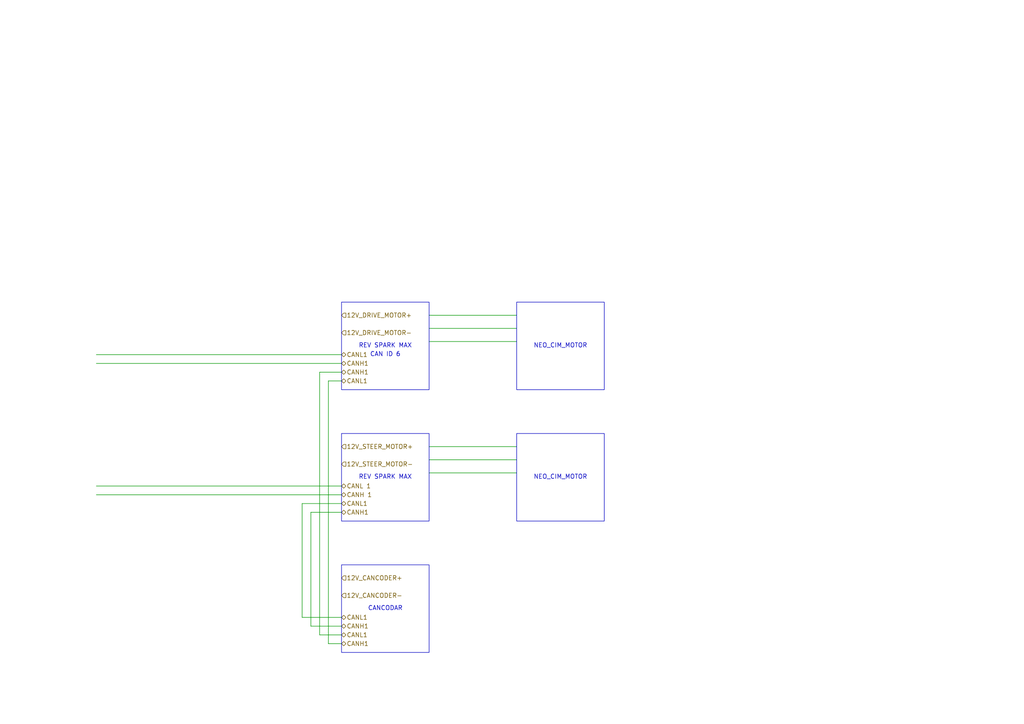
<source format=kicad_sch>
(kicad_sch
	(version 20250114)
	(generator "eeschema")
	(generator_version "9.0")
	(uuid "a75d3122-d114-4a24-bd90-e19f72c3774b")
	(paper "A4")
	(lib_symbols)
	(rectangle
		(start 99.06 125.73)
		(end 124.46 151.13)
		(stroke
			(width 0)
			(type default)
		)
		(fill
			(type none)
		)
		(uuid 00e8d2b5-5e86-48c0-97ef-b76f660c563b)
	)
	(rectangle
		(start 149.86 125.73)
		(end 175.26 151.13)
		(stroke
			(width 0)
			(type default)
		)
		(fill
			(type none)
		)
		(uuid 2d8f37fb-c9ae-49a2-892a-02d3bceb0cde)
	)
	(rectangle
		(start 99.06 163.83)
		(end 124.46 189.23)
		(stroke
			(width 0)
			(type default)
		)
		(fill
			(type none)
		)
		(uuid 7b6edfc9-39bf-4610-b518-3595361c3444)
	)
	(rectangle
		(start 149.86 87.63)
		(end 175.26 113.03)
		(stroke
			(width 0)
			(type default)
		)
		(fill
			(type none)
		)
		(uuid b74c73e7-5e1c-48bf-9dd0-c0a241dacfc9)
	)
	(rectangle
		(start 99.06 87.63)
		(end 124.46 113.03)
		(stroke
			(width 0)
			(type default)
		)
		(fill
			(type none)
		)
		(uuid d918e0af-dd1a-41a2-9195-b8e2fd742c00)
	)
	(text "CAN ID 6"
		(exclude_from_sim no)
		(at 111.76 102.87 0)
		(effects
			(font
				(size 1.27 1.27)
			)
		)
		(uuid "66c4bb95-84dc-45ed-a99c-180c91810e40")
	)
	(text "CANCODAR"
		(exclude_from_sim no)
		(at 111.76 176.53 0)
		(effects
			(font
				(size 1.27 1.27)
			)
		)
		(uuid "7e757636-29c7-4889-9781-6125389d9cbc")
	)
	(text "REV SPARK MAX"
		(exclude_from_sim no)
		(at 111.76 100.33 0)
		(effects
			(font
				(size 1.27 1.27)
			)
		)
		(uuid "88f16700-fc39-45c7-9056-45d6bd3adc6c")
	)
	(text "NEO_CIM_MOTOR"
		(exclude_from_sim no)
		(at 162.56 100.33 0)
		(effects
			(font
				(size 1.27 1.27)
			)
		)
		(uuid "b4326894-65d7-4454-a4a0-8b97ee5b0638")
	)
	(text "NEO_CIM_MOTOR"
		(exclude_from_sim no)
		(at 162.56 138.43 0)
		(effects
			(font
				(size 1.27 1.27)
			)
		)
		(uuid "b58cf906-7f66-49c0-8546-4140d7359e9d")
	)
	(text "REV SPARK MAX"
		(exclude_from_sim no)
		(at 111.76 138.43 0)
		(effects
			(font
				(size 1.27 1.27)
			)
		)
		(uuid "d576e318-60f7-4ab2-b138-761e74dcb85d")
	)
	(wire
		(pts
			(xy 87.63 146.05) (xy 99.06 146.05)
		)
		(stroke
			(width 0)
			(type default)
		)
		(uuid "0460f5e2-8537-4a07-9fa9-d931d98aa406")
	)
	(wire
		(pts
			(xy 124.46 95.25) (xy 149.86 95.25)
		)
		(stroke
			(width 0)
			(type default)
		)
		(uuid "123e06e3-6591-4df9-bbfa-b54d00029aa6")
	)
	(wire
		(pts
			(xy 99.06 107.95) (xy 92.71 107.95)
		)
		(stroke
			(width 0)
			(type default)
		)
		(uuid "1c683f83-6963-463c-86de-08ee3ad38108")
	)
	(wire
		(pts
			(xy 124.46 133.35) (xy 149.86 133.35)
		)
		(stroke
			(width 0)
			(type default)
		)
		(uuid "20714eb2-b70d-49d6-8cfe-13c5ace4a21b")
	)
	(wire
		(pts
			(xy 124.46 129.54) (xy 149.86 129.54)
		)
		(stroke
			(width 0)
			(type default)
		)
		(uuid "2c896b32-f5ce-4521-aeec-9fb4d5cc70a7")
	)
	(wire
		(pts
			(xy 90.17 181.61) (xy 90.17 148.59)
		)
		(stroke
			(width 0)
			(type default)
		)
		(uuid "34a29a43-2c26-4a03-a915-4561bf0f9fc8")
	)
	(wire
		(pts
			(xy 124.46 137.16) (xy 149.86 137.16)
		)
		(stroke
			(width 0)
			(type default)
		)
		(uuid "38ddb863-e5a8-400d-b220-411f4c0bc18c")
	)
	(wire
		(pts
			(xy 92.71 184.15) (xy 99.06 184.15)
		)
		(stroke
			(width 0)
			(type default)
		)
		(uuid "409ca7c9-6690-442b-bb78-c5df275d7511")
	)
	(wire
		(pts
			(xy 90.17 148.59) (xy 99.06 148.59)
		)
		(stroke
			(width 0)
			(type default)
		)
		(uuid "5454162f-e963-4e24-81ee-d76d1ec9f7da")
	)
	(wire
		(pts
			(xy 95.25 110.49) (xy 95.25 186.69)
		)
		(stroke
			(width 0)
			(type default)
		)
		(uuid "56064592-cbe1-42ad-a9f1-30546ee568ab")
	)
	(wire
		(pts
			(xy 87.63 179.07) (xy 87.63 146.05)
		)
		(stroke
			(width 0)
			(type default)
		)
		(uuid "567e467f-5d62-4f3f-bc25-aab555c26cf1")
	)
	(wire
		(pts
			(xy 95.25 186.69) (xy 99.06 186.69)
		)
		(stroke
			(width 0)
			(type default)
		)
		(uuid "663e347c-1032-4722-9c6c-4f01ab65d8e4")
	)
	(wire
		(pts
			(xy 27.94 140.97) (xy 99.06 140.97)
		)
		(stroke
			(width 0)
			(type default)
		)
		(uuid "6a41bfce-b3b2-40e4-9049-ecb9c2cca516")
	)
	(wire
		(pts
			(xy 92.71 107.95) (xy 92.71 184.15)
		)
		(stroke
			(width 0)
			(type default)
		)
		(uuid "6b90625b-0ecb-44b1-a4ef-79738917bcab")
	)
	(wire
		(pts
			(xy 99.06 179.07) (xy 87.63 179.07)
		)
		(stroke
			(width 0)
			(type default)
		)
		(uuid "7bbd9d81-4eac-406d-8597-ab5df26f8b00")
	)
	(wire
		(pts
			(xy 124.46 99.06) (xy 149.86 99.06)
		)
		(stroke
			(width 0)
			(type default)
		)
		(uuid "8f4244ad-9197-442f-9e1d-f35a3ca1020d")
	)
	(wire
		(pts
			(xy 27.94 102.87) (xy 99.06 102.87)
		)
		(stroke
			(width 0)
			(type default)
		)
		(uuid "a0d136cf-a1bd-4860-97cc-c866f90323e6")
	)
	(wire
		(pts
			(xy 27.94 105.41) (xy 99.06 105.41)
		)
		(stroke
			(width 0)
			(type default)
		)
		(uuid "a40b7a74-f587-42c8-9f56-cabbb3b36cac")
	)
	(wire
		(pts
			(xy 99.06 181.61) (xy 90.17 181.61)
		)
		(stroke
			(width 0)
			(type default)
		)
		(uuid "afd2bf2e-d525-40b7-9eb9-9ff9c82cfa6b")
	)
	(wire
		(pts
			(xy 99.06 110.49) (xy 95.25 110.49)
		)
		(stroke
			(width 0)
			(type default)
		)
		(uuid "b8e1745d-3e3a-4b58-b754-73cc45af4139")
	)
	(wire
		(pts
			(xy 124.46 91.44) (xy 149.86 91.44)
		)
		(stroke
			(width 0)
			(type default)
		)
		(uuid "b9725a04-899f-4e57-910b-5226f1a55995")
	)
	(wire
		(pts
			(xy 27.94 143.51) (xy 99.06 143.51)
		)
		(stroke
			(width 0)
			(type default)
		)
		(uuid "c2613fee-22af-4830-9f50-c698d92a7612")
	)
	(hierarchical_label "CANH 1"
		(shape bidirectional)
		(at 99.06 143.51 0)
		(effects
			(font
				(size 1.27 1.27)
			)
			(justify left)
		)
		(uuid "0d650149-6536-42cf-b4d9-53d68d9f7312")
	)
	(hierarchical_label "CANL1"
		(shape bidirectional)
		(at 99.06 110.49 0)
		(effects
			(font
				(size 1.27 1.27)
			)
			(justify left)
		)
		(uuid "19713814-895f-467d-83da-81610720daa2")
	)
	(hierarchical_label "CANL1"
		(shape bidirectional)
		(at 99.06 184.15 0)
		(effects
			(font
				(size 1.27 1.27)
			)
			(justify left)
		)
		(uuid "262e0680-708b-407a-adbb-8872a6364d4d")
	)
	(hierarchical_label "12V_CANCODER+"
		(shape input)
		(at 99.06 167.64 0)
		(effects
			(font
				(size 1.27 1.27)
			)
			(justify left)
		)
		(uuid "3ab15314-0441-41e8-b16d-1e8c303bdefc")
	)
	(hierarchical_label "CANH1"
		(shape bidirectional)
		(at 99.06 181.61 0)
		(effects
			(font
				(size 1.27 1.27)
			)
			(justify left)
		)
		(uuid "59876815-f23e-4bb1-aad7-e39813c0abc0")
	)
	(hierarchical_label "12V_STEER_MOTOR+"
		(shape input)
		(at 99.06 129.54 0)
		(effects
			(font
				(size 1.27 1.27)
			)
			(justify left)
		)
		(uuid "64437738-76cd-43e1-871b-0fa33a696ad1")
	)
	(hierarchical_label "12V_DRIVE_MOTOR+"
		(shape input)
		(at 99.06 91.44 0)
		(effects
			(font
				(size 1.27 1.27)
			)
			(justify left)
		)
		(uuid "6bb42cde-5432-4ed8-b083-08fbc084f105")
	)
	(hierarchical_label "CANL1"
		(shape bidirectional)
		(at 99.06 179.07 0)
		(effects
			(font
				(size 1.27 1.27)
			)
			(justify left)
		)
		(uuid "729ddad8-4c00-4059-ac3b-50dc4b7948bf")
	)
	(hierarchical_label "12V_STEER_MOTOR-"
		(shape input)
		(at 99.06 134.62 0)
		(effects
			(font
				(size 1.27 1.27)
			)
			(justify left)
		)
		(uuid "a3fd1018-d3f6-4502-aba3-b69caed8553e")
	)
	(hierarchical_label "CANL1"
		(shape bidirectional)
		(at 99.06 146.05 0)
		(effects
			(font
				(size 1.27 1.27)
			)
			(justify left)
		)
		(uuid "adca7610-de85-4b7a-b5dd-df6491130bee")
	)
	(hierarchical_label "CANH1"
		(shape bidirectional)
		(at 99.06 186.69 0)
		(effects
			(font
				(size 1.27 1.27)
			)
			(justify left)
		)
		(uuid "c2fe9f41-a520-42c6-9c35-4013c1b42a98")
	)
	(hierarchical_label "12V_DRIVE_MOTOR-"
		(shape input)
		(at 99.06 96.52 0)
		(effects
			(font
				(size 1.27 1.27)
			)
			(justify left)
		)
		(uuid "c8c72034-7e68-4435-a443-54aed7a60a73")
	)
	(hierarchical_label "12V_CANCODER-"
		(shape input)
		(at 99.06 172.72 0)
		(effects
			(font
				(size 1.27 1.27)
			)
			(justify left)
		)
		(uuid "cfd54598-91aa-4564-a993-b01aeac7dfd0")
	)
	(hierarchical_label "CANH1"
		(shape bidirectional)
		(at 99.06 148.59 0)
		(effects
			(font
				(size 1.27 1.27)
			)
			(justify left)
		)
		(uuid "d03f5dec-3001-485e-9e0b-8b55deae8003")
	)
	(hierarchical_label "CANH1"
		(shape bidirectional)
		(at 99.06 105.41 0)
		(effects
			(font
				(size 1.27 1.27)
			)
			(justify left)
		)
		(uuid "d6839f27-466d-4490-b16c-8472266c758a")
	)
	(hierarchical_label "CANL1"
		(shape bidirectional)
		(at 99.06 102.87 0)
		(effects
			(font
				(size 1.27 1.27)
			)
			(justify left)
		)
		(uuid "db9424e0-3d54-4089-b194-f7287379bb67")
	)
	(hierarchical_label "CANL 1"
		(shape bidirectional)
		(at 99.06 140.97 0)
		(effects
			(font
				(size 1.27 1.27)
			)
			(justify left)
		)
		(uuid "f1f9d262-f482-475f-b9cd-0469690dabda")
	)
	(hierarchical_label "CANH1"
		(shape bidirectional)
		(at 99.06 107.95 0)
		(effects
			(font
				(size 1.27 1.27)
			)
			(justify left)
		)
		(uuid "f32aa47d-4ddc-46c0-8c31-e75971274b51")
	)
)

</source>
